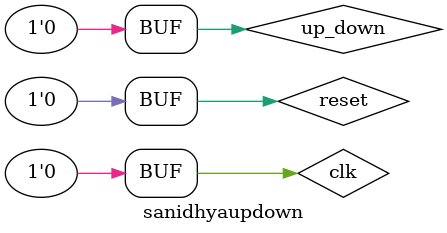
<source format=v>
`timescale 1ns / 1ps


module sanidhyaupdown;

	// Inputs
	reg up_down;
	reg clk;
	reg reset;

	// Outputs
	wire [7:0] out;

	// Instantiate the Unit Under Test (UUT)
	bidirectionalupdowncounter uut (
		.out(out), 
		.up_down(up_down), 
		.clk(clk), 
		.reset(reset)
	);

	initial begin
		// Initialize Inputs
		up_down = 0;
		clk = 0;
		reset = 0;

		// Wait 100 ns for global reset to finish
		#100;
        
		// Add stimulus here

	end
      
endmodule


</source>
